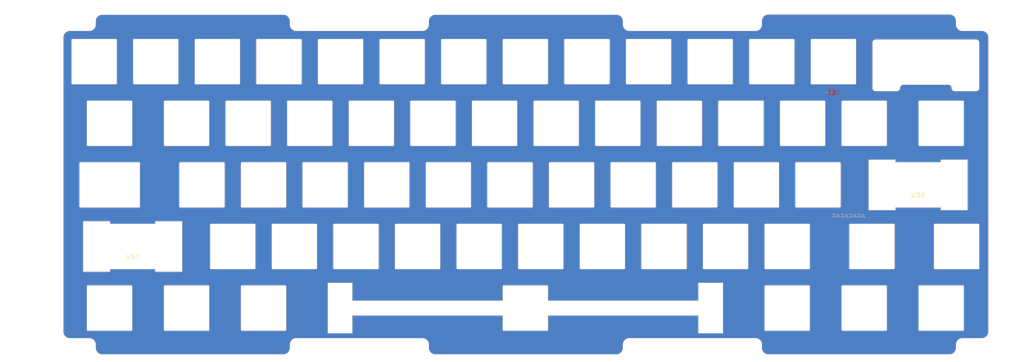
<source format=kicad_pcb>
(kicad_pcb (version 20211014) (generator pcbnew)
  (layers (0 "F.Cu" signal) (31 "B.Cu" signal) (34 "B.Paste" user) (35 "F.Paste" user) (36 "B.SilkS" user "B.Silkscreen") (37 "F.SilkS" user "F.Silkscreen") (38 "B.Mask" user) (39 "F.Mask" user) (44 "Edge.Cuts" user))
  (net 0 "")
  (net 1 "GND")
  (footprint "Keeb_footprints:MX_100_cutout" (layer "F.Cu") (at 76.20032 48.81583)
    (fp_text reference "U1")
    (fp_text value "HOLE")
    (fp_line (start 6.7 -7) (end -6.7 -7) (layer "Edge.Cuts") (width 0.1))
    (fp_line (start 7 6.7) (end 7 -6.7) (layer "Edge.Cuts") (width 0.1))
    (fp_line (start 6.7 7) (end -6.7 7) (layer "Edge.Cuts") (width 0.1))
    (fp_line (start -7 6.7) (end -7 -6.7) (layer "Edge.Cuts") (width 0.1))
    (fp_arc (start -7 -6.7) (mid -6.912132 -6.912132) (end -6.7 -7) (layer "Edge.Cuts") (width 0.1))
    (fp_arc (start 6.7 -7) (mid 6.912132 -6.912132) (end 7 -6.7) (layer "Edge.Cuts") (width 0.1))
    (fp_arc (start 7 6.7) (mid 6.912132 6.912132) (end 6.7 7) (layer "Edge.Cuts") (width 0.1))
    (fp_arc (start -6.7 7) (mid -6.912132 6.912132) (end -7 6.7) (layer "Edge.Cuts") (width 0.1))
  )
  (footprint "Keeb_footprints:MX_100_cutout" (layer "F.Cu") (at 95.2504 48.81583)
    (fp_text reference "U2")
    (fp_text value "HOLE")
    (fp_line (start 6.7 -7) (end -6.7 -7) (layer "Edge.Cuts") (width 0.1))
    (fp_line (start 6.7 7) (end -6.7 7) (layer "Edge.Cuts") (width 0.1))
    (fp_line (start 7 6.7) (end 7 -6.7) (layer "Edge.Cuts") (width 0.1))
    (fp_line (start -7 6.7) (end -7 -6.7) (layer "Edge.Cuts") (width 0.1))
    (fp_arc (start -6.7 7) (mid -6.912132 6.912132) (end -7 6.7) (layer "Edge.Cuts") (width 0.1))
    (fp_arc (start 6.7 -7) (mid 6.912132 -6.912132) (end 7 -6.7) (layer "Edge.Cuts") (width 0.1))
    (fp_arc (start -7 -6.7) (mid -6.912132 -6.912132) (end -6.7 -7) (layer "Edge.Cuts") (width 0.1))
    (fp_arc (start 7 6.7) (mid 6.912132 6.912132) (end 6.7 7) (layer "Edge.Cuts") (width 0.1))
  )
  (footprint "Keeb_footprints:MX_100_cutout" (layer "F.Cu") (at 114.30048 48.81583)
    (fp_text reference "U3")
    (fp_text value "HOLE")
    (fp_line (start -7 6.7) (end -7 -6.7) (layer "Edge.Cuts") (width 0.1))
    (fp_line (start 7 6.7) (end 7 -6.7) (layer "Edge.Cuts") (width 0.1))
    (fp_line (start 6.7 -7) (end -6.7 -7) (layer "Edge.Cuts") (width 0.1))
    (fp_line (start 6.7 7) (end -6.7 7) (layer "Edge.Cuts") (width 0.1))
    (fp_arc (start 7 6.7) (mid 6.912132 6.912132) (end 6.7 7) (layer "Edge.Cuts") (width 0.1))
    (fp_arc (start -7 -6.7) (mid -6.912132 -6.912132) (end -6.7 -7) (layer "Edge.Cuts") (width 0.1))
    (fp_arc (start -6.7 7) (mid -6.912132 6.912132) (end -7 6.7) (layer "Edge.Cuts") (width 0.1))
    (fp_arc (start 6.7 -7) (mid 6.912132 -6.912132) (end 7 -6.7) (layer "Edge.Cuts") (width 0.1))
  )
  (footprint "Keeb_footprints:MX_100_cutout" (layer "F.Cu") (at 133.35056 48.81583)
    (fp_text reference "U4")
    (fp_text value "HOLE")
    (fp_line (start 6.7 -7) (end -6.7 -7) (layer "Edge.Cuts") (width 0.1))
    (fp_line (start 6.7 7) (end -6.7 7) (layer "Edge.Cuts") (width 0.1))
    (fp_line (start -7 6.7) (end -7 -6.7) (layer "Edge.Cuts") (width 0.1))
    (fp_line (start 7 6.7) (end 7 -6.7) (layer "Edge.Cuts") (width 0.1))
    (fp_arc (start 7 6.7) (mid 6.912132 6.912132) (end 6.7 7) (layer "Edge.Cuts") (width 0.1))
    (fp_arc (start -6.7 7) (mid -6.912132 6.912132) (end -7 6.7) (layer "Edge.Cuts") (width 0.1))
    (fp_arc (start 6.7 -7) (mid 6.912132 -6.912132) (end 7 -6.7) (layer "Edge.Cuts") (width 0.1))
    (fp_arc (start -7 -6.7) (mid -6.912132 -6.912132) (end -6.7 -7) (layer "Edge.Cuts") (width 0.1))
  )
  (footprint "Keeb_footprints:MX_100_cutout" (layer "F.Cu") (at 152.40064 48.81583)
    (fp_text reference "U5")
    (fp_text value "HOLE")
    (fp_line (start -7 6.7) (end -7 -6.7) (layer "Edge.Cuts") (width 0.1))
    (fp_line (start 6.7 7) (end -6.7 7) (layer "Edge.Cuts") (width 0.1))
    (fp_line (start 6.7 -7) (end -6.7 -7) (layer "Edge.Cuts") (width 0.1))
    (fp_line (start 7 6.7) (end 7 -6.7) (layer "Edge.Cuts") (width 0.1))
    (fp_arc (start 6.7 -7) (mid 6.912132 -6.912132) (end 7 -6.7) (layer "Edge.Cuts") (width 0.1))
    (fp_arc (start -6.7 7) (mid -6.912132 6.912132) (end -7 6.7) (layer "Edge.Cuts") (width 0.1))
    (fp_arc (start 7 6.7) (mid 6.912132 6.912132) (end 6.7 7) (layer "Edge.Cuts") (width 0.1))
    (fp_arc (start -7 -6.7) (mid -6.912132 -6.912132) (end -6.7 -7) (layer "Edge.Cuts") (width 0.1))
  )
  (footprint "Keeb_footprints:MX_100_cutout" (layer "F.Cu") (at 247.65104 48.81583)
    (fp_text reference "U10")
    (fp_text value "HOLE")
    (fp_line (start 6.7 7) (end -6.7 7) (layer "Edge.Cuts") (width 0.1))
    (fp_line (start 6.7 -7) (end -6.7 -7) (layer "Edge.Cuts") (width 0.1))
    (fp_line (start -7 6.7) (end -7 -6.7) (layer "Edge.Cuts") (width 0.1))
    (fp_line (start 7 6.7) (end 7 -6.7) (layer "Edge.Cuts") (width 0.1))
    (fp_arc (start 7 6.7) (mid 6.912132 6.912132) (end 6.7 7) (layer "Edge.Cuts") (width 0.1))
    (fp_arc (start -6.7 7) (mid -6.912132 6.912132) (end -7 6.7) (layer "Edge.Cuts") (width 0.1))
    (fp_arc (start 6.7 -7) (mid 6.912132 -6.912132) (end 7 -6.7) (layer "Edge.Cuts") (width 0.1))
    (fp_arc (start -7 -6.7) (mid -6.912132 -6.912132) (end -6.7 -7) (layer "Edge.Cuts") (width 0.1))
  )
  (footprint "Keeb_footprints:MX_100_cutout" (layer "F.Cu") (at 266.70112 48.815834)
    (fp_text reference "U11")
    (fp_text value "HOLE")
    (fp_line (start -7 6.7) (end -7 -6.7) (layer "Edge.Cuts") (width 0.1))
    (fp_line (start 6.7 7) (end -6.7 7) (layer "Edge.Cuts") (width 0.1))
    (fp_line (start 7 6.7) (end 7 -6.7) (layer "Edge.Cuts") (width 0.1))
    (fp_line (start 6.7 -7) (end -6.7 -7) (layer "Edge.Cuts") (width 0.1))
    (fp_arc (start 7 6.7) (mid 6.912132 6.912132) (end 6.7 7) (layer "Edge.Cuts") (width 0.1))
    (fp_arc (start -6.7 7) (mid -6.912132 6.912132) (end -7 6.7) (layer "Edge.Cuts") (width 0.1))
    (fp_arc (start 6.7 -7) (mid 6.912132 -6.912132) (end 7 -6.7) (layer "Edge.Cuts") (width 0.1))
    (fp_arc (start -7 -6.7) (mid -6.912132 -6.912132) (end -6.7 -7) (layer "Edge.Cuts") (width 0.1))
  )
  (footprint "Keeb_footprints:MX_100_cutout" (layer "F.Cu") (at 85.72536 67.86591)
    (fp_text reference "U13")
    (fp_text value "HOLE")
    (fp_line (start 6.7 7) (end -6.7 7) (layer "Edge.Cuts") (width 0.1))
    (fp_line (start -7 6.7) (end -7 -6.7) (layer "Edge.Cuts") (width 0.1))
    (fp_line (start 6.7 -7) (end -6.7 -7) (layer "Edge.Cuts") (width 0.1))
    (fp_line (start 7 6.7) (end 7 -6.7) (layer "Edge.Cuts") (width 0.1))
    (fp_arc (start -6.7 7) (mid -6.912132 6.912132) (end -7 6.7) (layer "Edge.Cuts") (width 0.1))
    (fp_arc (start 7 6.7) (mid 6.912132 6.912132) (end 6.7 7) (layer "Edge.Cuts") (width 0.1))
    (fp_arc (start -7 -6.7) (mid -6.912132 -6.912132) (end -6.7 -7) (layer "Edge.Cuts") (width 0.1))
    (fp_arc (start 6.7 -7) (mid 6.912132 -6.912132) (end 7 -6.7) (layer "Edge.Cuts") (width 0.1))
  )
  (footprint "Keeb_footprints:MX_100_cutout" (layer "F.Cu") (at 123.82552 67.86591)
    (fp_text reference "U15")
    (fp_text value "HOLE")
    (fp_line (start -7 6.7) (end -7 -6.7) (layer "Edge.Cuts") (width 0.1))
    (fp_line (start 6.7 7) (end -6.7 7) (layer "Edge.Cuts") (width 0.1))
    (fp_line (start 6.7 -7) (end -6.7 -7) (layer "Edge.Cuts") (width 0.1))
    (fp_line (start 7 6.7) (end 7 -6.7) (layer "Edge.Cuts") (width 0.1))
    (fp_arc (start -6.7 7) (mid -6.912132 6.912132) (end -7 6.7) (layer "Edge.Cuts") (width 0.1))
    (fp_arc (start 7 6.7) (mid 6.912132 6.912132) (end 6.7 7) (layer "Edge.Cuts") (width 0.1))
    (fp_arc (start -7 -6.7) (mid -6.912132 -6.912132) (end -6.7 -7) (layer "Edge.Cuts") (width 0.1))
    (fp_arc (start 6.7 -7) (mid 6.912132 -6.912132) (end 7 -6.7) (layer "Edge.Cuts") (width 0.1))
  )
  (footprint "Keeb_footprints:MX_100_cutout" (layer "F.Cu") (at 161.92568 67.86591)
    (fp_text reference "U17")
    (fp_text value "HOLE")
    (fp_line (start 6.7 -7) (end -6.7 -7) (layer "Edge.Cuts") (width 0.1))
    (fp_line (start 6.7 7) (end -6.7 7) (layer "Edge.Cuts") (width 0.1))
    (fp_line (start 7 6.7) (end 7 -6.7) (layer "Edge.Cuts") (width 0.1))
    (fp_line (start -7 6.7) (end -7 -6.7) (layer "Edge.Cuts") (width 0.1))
    (fp_arc (start -6.7 7) (mid -6.912132 6.912132) (end -7 6.7) (layer "Edge.Cuts") (width 0.1))
    (fp_arc (start 7 6.7) (mid 6.912132 6.912132) (end 6.7 7) (layer "Edge.Cuts") (width 0.1))
    (fp_arc (start -7 -6.7) (mid -6.912132 -6.912132) (end -6.7 -7) (layer "Edge.Cuts") (width 0.1))
    (fp_arc (start 6.7 -7) (mid 6.912132 -6.912132) (end 7 -6.7) (layer "Edge.Cuts") (width 0.1))
  )
  (footprint "Keeb_footprints:MX_100_cutout" (layer "F.Cu") (at 180.97576 67.86591)
    (fp_text reference "U18")
    (fp_text value "HOLE")
    (fp_line (start -7 6.7) (end -7 -6.7) (layer "Edge.Cuts") (width 0.1))
    (fp_line (start 6.7 7) (end -6.7 7) (layer "Edge.Cuts") (width 0.1))
    (fp_line (start 7 6.7) (end 7 -6.7) (layer "Edge.Cuts") (width 0.1))
    (fp_line (start 6.7 -7) (end -6.7 -7) (layer "Edge.Cuts") (width 0.1))
    (fp_arc (start 7 6.7) (mid 6.912132 6.912132) (end 6.7 7) (layer "Edge.Cuts") (width 0.1))
    (fp_arc (start -7 -6.7) (mid -6.912132 -6.912132) (end -6.7 -7) (layer "Edge.Cuts") (width 0.1))
    (fp_arc (start -6.7 7) (mid -6.912132 6.912132) (end -7 6.7) (layer "Edge.Cuts") (width 0.1))
    (fp_arc (start 6.7 -7) (mid 6.912132 -6.912132) (end 7 -6.7) (layer "Edge.Cuts") (width 0.1))
  )
  (footprint "Keeb_footprints:MX_100_cutout" (layer "F.Cu") (at 200.02584 67.86591)
    (fp_text reference "U19")
    (fp_text value "HOLE")
    (fp_line (start -7 6.7) (end -7 -6.7) (layer "Edge.Cuts") (width 0.1))
    (fp_line (start 6.7 7) (end -6.7 7) (layer "Edge.Cuts") (width 0.1))
    (fp_line (start 7 6.7) (end 7 -6.7) (layer "Edge.Cuts") (width 0.1))
    (fp_line (start 6.7 -7) (end -6.7 -7) (layer "Edge.Cuts") (width 0.1))
    (fp_arc (start 6.7 -7) (mid 6.912132 -6.912132) (end 7 -6.7) (layer "Edge.Cuts") (width 0.1))
    (fp_arc (start -7 -6.7) (mid -6.912132 -6.912132) (end -6.7 -7) (layer "Edge.Cuts") (width 0.1))
    (fp_arc (start 7 6.7) (mid 6.912132 6.912132) (end 6.7 7) (layer "Edge.Cuts") (width 0.1))
    (fp_arc (start -6.7 7) (mid -6.912132 6.912132) (end -7 6.7) (layer "Edge.Cuts") (width 0.1))
  )
  (footprint "Keeb_footprints:MX_100_cutout" (layer "F.Cu") (at 219.07592 67.86591)
    (fp_text reference "U20")
    (fp_text value "HOLE")
    (fp_line (start 6.7 7) (end -6.7 7) (layer "Edge.Cuts") (width 0.1))
    (fp_line (start -7 6.7) (end -7 -6.7) (layer "Edge.Cuts") (width 0.1))
    (fp_line (start 7 6.7) (end 7 -6.7) (layer "Edge.Cuts") (width 0.1))
    (fp_line (start 6.7 -7) (end -6.7 -7) (layer "Edge.Cuts") (width 0.1))
    (fp_arc (start 6.7 -7) (mid 6.912132 -6.912132) (end 7 -6.7) (layer "Edge.Cuts") (width 0.1))
    (fp_arc (start -6.7 7) (mid -6.912132 6.912132) (end -7 6.7) (layer "Edge.Cuts") (width 0.1))
    (fp_arc (start -7 -6.7) (mid -6.912132 -6.912132) (end -6.7 -7) (layer "Edge.Cuts") (width 0.1))
    (fp_arc (start 7 6.7) (mid 6.912132 6.912132) (end 6.7 7) (layer "Edge.Cuts") (width 0.1))
  )
  (footprint "Keeb_footprints:MX_100_cutout" (layer "F.Cu") (at 238.126 67.86591)
    (fp_text reference "U21")
    (fp_text value "HOLE")
    (fp_line (start -7 6.7) (end -7 -6.7) (layer "Edge.Cuts") (width 0.1))
    (fp_line (start 6.7 -7) (end -6.7 -7) (layer "Edge.Cuts") (width 0.1))
    (fp_line (start 6.7 7) (end -6.7 7) (layer "Edge.Cuts") (width 0.1))
    (fp_line (start 7 6.7) (end 7 -6.7) (layer "Edge.Cuts") (width 0.1))
    (fp_arc (start 6.7 -7) (mid 6.912132 -6.912132) (end 7 -6.7) (layer "Edge.Cuts") (width 0.1))
    (fp_arc (start -6.7 7) (mid -6.912132 6.912132) (end -7 6.7) (layer "Edge.Cuts") (width 0.1))
    (fp_arc (start 7 6.7) (mid 6.912132 6.912132) (end 6.7 7) (layer "Edge.Cuts") (width 0.1))
    (fp_arc (start -7 -6.7) (mid -6.912132 -6.912132) (end -6.7 -7) (layer "Edge.Cuts") (width 0.1))
  )
  (footprint "Keeb_footprints:MX_100_cutout" (layer "F.Cu") (at 257.17608 67.86591)
    (fp_text reference "U22")
    (fp_text value "HOLE")
    (fp_line (start 6.7 -7) (end -6.7 -7) (layer "Edge.Cuts") (width 0.1))
    (fp_line (start 7 6.7) (end 7 -6.7) (layer "Edge.Cuts") (width 0.1))
    (fp_line (start -7 6.7) (end -7 -6.7) (layer "Edge.Cuts") (width 0.1))
    (fp_line (start 6.7 7) (end -6.7 7) (layer "Edge.Cuts") (width 0.1))
    (fp_arc (start 7 6.7) (mid 6.912132 6.912132) (end 6.7 7) (layer "Edge.Cuts") (width 0.1))
    (fp_arc (start 6.7 -7) (mid 6.912132 -6.912132) (end 7 -6.7) (layer "Edge.Cuts") (width 0.1))
    (fp_arc (start -6.7 7) (mid -6.912132 6.912132) (end -7 6.7) (layer "Edge.Cuts") (width 0.1))
    (fp_arc (start -7 -6.7) (mid -6.912132 -6.912132) (end -6.7 -7) (layer "Edge.Cuts") (width 0.1))
  )
  (footprint "Keeb_footprints:MX_100_cutout" (layer "F.Cu") (at 276.22616 67.86591)
    (fp_text reference "U23")
    (fp_text value "HOLE")
    (fp_line (start -7 6.7) (end -7 -6.7) (layer "Edge.Cuts") (width 0.1))
    (fp_line (start 6.7 -7) (end -6.7 -7) (layer "Edge.Cuts") (width 0.1))
    (fp_line (start 6.7 7) (end -6.7 7) (layer "Edge.Cuts") (width 0.1))
    (fp_line (start 7 6.7) (end 7 -6.7) (layer "Edge.Cuts") (width 0.1))
    (fp_arc (start -7 -6.7) (mid -6.912132 -6.912132) (end -6.7 -7) (layer "Edge.Cuts") (width 0.1))
    (fp_arc (start 6.7 -7) (mid 6.912132 -6.912132) (end 7 -6.7) (layer "Edge.Cuts") (width 0.1))
    (fp_arc (start -6.7 7) (mid -6.912132 6.912132) (end -7 6.7) (layer "Edge.Cuts") (width 0.1))
    (fp_arc (start 7 6.7) (mid 6.912132 6.912132) (end 6.7 7) (layer "Edge.Cuts") (width 0.1))
  )
  (footprint "Keeb_footprints:MX_100_cutout" (layer "F.Cu") (at 295.27624 67.86591)
    (fp_text reference "U24")
    (fp_text value "HOLE")
    (fp_line (start 6.7 7) (end -6.7 7) (layer "Edge.Cuts") (width 0.1))
    (fp_line (start 7 6.7) (end 7 -6.7) (layer "Edge.Cuts") (width 0.1))
    (fp_line (start -7 6.7) (end -7 -6.7) (layer "Edge.Cuts") (width 0.1))
    (fp_line (start 6.7 -7) (end -6.7 -7) (layer "Edge.Cuts") (width 0.1))
    (fp_arc (start 6.7 -7) (mid 6.912132 -6.912132) (end 7 -6.7) (layer "Edge.Cuts") (width 0.1))
    (fp_arc (start -7 -6.7) (mid -6.912132 -6.912132) (end -6.7 -7) (layer "Edge.Cuts") (width 0.1))
    (fp_arc (start 7 6.7) (mid 6.912132 6.912132) (end 6.7 7) (layer "Edge.Cuts") (width 0.1))
    (fp_arc (start -6.7 7) (mid -6.912132 6.912132) (end -7 6.7) (layer "Edge.Cuts") (width 0.1))
  )
  (footprint "Keeb_footprints:MX_100_cutout" (layer "F.Cu") (at 90.48788 86.91599)
    (fp_text reference "U25")
    (fp_text value "HOLE")
    (fp_line (start 7 6.7) (end 7 -6.7) (layer "Edge.Cuts") (width 0.1))
    (fp_line (start 6.7 -7) (end -6.7 -7) (layer "Edge.Cuts") (width 0.1))
    (fp_line (start -7 6.7) (end -7 -6.7) (layer "Edge.Cuts") (width 0.1))
    (fp_line (start 6.7 7) (end -6.7 7) (layer "Edge.Cuts") (width 0.1))
    (fp_arc (start -6.7 7) (mid -6.912132 6.912132) (end -7 6.7) (layer "Edge.Cuts") (width 0.1))
    (fp_arc (start -7 -6.7) (mid -6.912132 -6.912132) (end -6.7 -7) (layer "Edge.Cuts") (width 0.1))
    (fp_arc (start 6.7 -7) (mid 6.912132 -6.912132) (end 7 -6.7) (layer "Edge.Cuts") (width 0.1))
    (fp_arc (start 7 6.7) (mid 6.912132 6.912132) (end 6.7 7) (layer "Edge.Cuts") (width 0.1))
  )
  (footprint "Keeb_footprints:MX_100_cutout" (layer "F.Cu") (at 109.53796 86.91599)
    (fp_text reference "U26")
    (fp_text value "HOLE")
    (fp_line (start 7 6.7) (end 7 -6.7) (layer "Edge.Cuts") (width 0.1))
    (fp_line (start -7 6.7) (end -7 -6.7) (layer "Edge.Cuts") (width 0.1))
    (fp_line (start 6.7 7) (end -6.7 7) (layer "Edge.Cuts") (width 0.1))
    (fp_line (start 6.7 -7) (end -6.7 -7) (layer "Edge.Cuts") (width 0.1))
    (fp_arc (start -6.7 7) (mid -6.912132 6.912132) (end -7 6.7) (layer "Edge.Cuts") (width 0.1))
    (fp_arc (start -7 -6.7) (mid -6.912132 -6.912132) (end -6.7 -7) (layer "Edge.Cuts") (width 0.1))
    (fp_arc (start 7 6.7) (mid 6.912132 6.912132) (end 6.7 7) (layer "Edge.Cuts") (width 0.1))
    (fp_arc (start 6.7 -7) (mid 6.912132 -6.912132) (end 7 -6.7) (layer "Edge.Cuts") (width 0.1))
  )
  (footprint "Keeb_footprints:MX_100_cutout" (layer "F.Cu") (at 128.58804 86.915994)
    (fp_text reference "U27")
    (fp_text value "HOLE")
    (fp_line (start 6.7 7) (end -6.7 7) (layer "Edge.Cuts") (width 0.1))
    (fp_line (start -7 6.7) (end -7 -6.7) (layer "Edge.Cuts") (width 0.1))
    (fp_line (start 6.7 -7) (end -6.7 -7) (layer "Edge.Cuts") (width 0.1))
    (fp_line (start 7 6.7) (end 7 -6.7) (layer "Edge.Cuts") (width 0.1))
    (fp_arc (start 6.7 -7) (mid 6.912132 -6.912132) (end 7 -6.7) (layer "Edge.Cuts") (width 0.1))
    (fp_arc (start 7 6.7) (mid 6.912132 6.912132) (end 6.7 7) (layer "Edge.Cuts") (width 0.1))
    (fp_arc (start -6.7 7) (mid -6.912132 6.912132) (end -7 6.7) (layer "Edge.Cuts") (width 0.1))
    (fp_arc (start -7 -6.7) (mid -6.912132 -6.912132) (end -6.7 -7) (layer "Edge.Cuts") (width 0.1))
  )
  (footprint "Keeb_footprints:MX_100_cutout" (layer "F.Cu") (at 147.63812 86.915994)
    (fp_text reference "U28")
    (fp_text value "HOLE")
    (fp_line (start 6.7 7) (end -6.7 7) (layer "Edge.Cuts") (width 0.1))
    (fp_line (start 6.7 -7) (end -6.7 -7) (layer "Edge.Cuts") (width 0.1))
    (fp_line (start 7 6.7) (end 7 -6.7) (layer "Edge.Cuts") (width 0.1))
    (fp_line (start -7 6.7) (end -7 -6.7) (layer "Edge.Cuts") (width 0.1))
    (fp_arc (start 6.7 -7) (mid 6.912132 -6.912132) (end 7 -6.7) (layer "Edge.Cuts") (width 0.1))
    (fp_arc (start -7 -6.7) (mid -6.912132 -6.912132) (end -6.7 -7) (layer "Edge.Cuts") (width 0.1))
    (fp_arc (start 7 6.7) (mid 6.912132 6.912132) (end 6.7 7) (layer "Edge.Cuts") (width 0.1))
    (fp_arc (start -6.7 7) (mid -6.912132 6.912132) (end -7 6.7) (layer "Edge.Cuts") (width 0.1))
  )
  (footprint "Keeb_footprints:MX_100_cutout" (layer "F.Cu") (at 166.6882 86.915994)
    (fp_text reference "U29")
    (fp_text value "HOLE")
    (fp_line (start -7 6.7) (end -7 -6.7) (layer "Edge.Cuts") (width 0.1))
    (fp_line (start 6.7 7) (end -6.7 7) (layer "Edge.Cuts") (width 0.1))
    (fp_line (start 6.7 -7) (end -6.7 -7) (layer "Edge.Cuts") (width 0.1))
    (fp_line (start 7 6.7) (end 7 -6.7) (layer "Edge.Cuts") (width 0.1))
    (fp_arc (start 7 6.7) (mid 6.912132 6.912132) (end 6.7 7) (layer "Edge.Cuts") (width 0.1))
    (fp_arc (start -6.7 7) (mid -6.912132 6.912132) (end -7 6.7) (layer "Edge.Cuts") (width 0.1))
    (fp_arc (start 6.7 -7) (mid 6.912132 -6.912132) (end 7 -6.7) (layer "Edge.Cuts") (width 0.1))
    (fp_arc (start -7 -6.7) (mid -6.912132 -6.912132) (end -6.7 -7) (layer "Edge.Cuts") (width 0.1))
  )
  (footprint "Keeb_footprints:MX_100_cutout" (layer "F.Cu") (at 185.73828 86.91599)
    (fp_text reference "U30")
    (fp_text value "HOLE")
    (fp_line (start -7 6.7) (end -7 -6.7) (layer "Edge.Cuts") (width 0.1))
    (fp_line (start 6.7 7) (end -6.7 7) (layer "Edge.Cuts") (width 0.1))
    (fp_line (start 7 6.7) (end 7 -6.7) (layer "Edge.Cuts") (width 0.1))
    (fp_line (start 6.7 -7) (end -6.7 -7) (layer "Edge.Cuts") (width 0.1))
    (fp_arc (start -7 -6.7) (mid -6.912132 -6.912132) (end -6.7 -7) (layer "Edge.Cuts") (width 0.1))
    (fp_arc (start 6.7 -7) (mid 6.912132 -6.912132) (end 7 -6.7) (layer "Edge.Cuts") (width 0.1))
    (fp_arc (start 7 6.7) (mid 6.912132 6.912132) (end 6.7 7) (layer "Edge.Cuts") (width 0.1))
    (fp_arc (start -6.7 7) (mid -6.912132 6.912132) (end -7 6.7) (layer "Edge.Cuts") (width 0.1))
  )
  (footprint "Keeb_footprints:MX_100_cutout" (layer "F.Cu") (at 204.78836 86.915994)
    (fp_text reference "U31")
    (fp_text value "HOLE")
    (fp_line (start -7 6.7) (end -7 -6.7) (layer "Edge.Cuts") (width 0.1))
    (fp_line (start 6.7 7) (end -6.7 7) (layer "Edge.Cuts") (width 0.1))
    (fp_line (start 7 6.7) (end 7 -6.7) (layer "Edge.Cuts") (width 0.1))
    (fp_line (start 6.7 -7) (end -6.7 -7) (layer "Edge.Cuts") (width 0.1))
    (fp_arc (start -7 -6.7) (mid -6.912132 -6.912132) (end -6.7 -7) (layer "Edge.Cuts") (width 0.1))
    (fp_arc (start 7 6.7) (mid 6.912132 6.912132) (end 6.7 7) (layer "Edge.Cuts") (width 0.1))
    (fp_arc (start -6.7 7) (mid -6.912132 6.912132) (end -7 6.7) (layer "Edge.Cuts") (width 0.1))
    (fp_arc (start 6.7 -7) (mid 6.912132 -6.912132) (end 7 -6.7) (layer "Edge.Cuts") (width 0.1))
  )
  (footprint "Keeb_footprints:MX_100_cutout" (layer "F.Cu") (at 223.83844 86.91599)
    (fp_text reference "U32")
    (fp_text value "HOLE")
    (fp_line (start -7 6.7) (end -7 -6.7) (layer "Edge.Cuts") (width 0.1))
    (fp_line (start 6.7 -7) (end -6.7 -7) (layer "Edge.Cuts") (width 0.1))
    (fp_line (start 6.7 7) (end -6.7 7) (layer "Edge.Cuts") (width 0.1))
    (fp_line (start 7 6.7) (end 7 -6.7) (layer "Edge.Cuts") (width 0.1))
    (fp_arc (start 7 6.7) (mid 6.912132 6.912132) (end 6.7 7) (layer "Edge.Cuts") (width 0.1))
    (fp_arc (start -6.7 7) (mid -6.912132 6.912132) (end -7 6.7) (layer "Edge.Cuts") (width 0.1))
    (fp_arc (start -7 -6.7) (mid -6.912132 -6.912132) (end -6.7 -7) (layer "Edge.Cuts") (width 0.1))
    (fp_arc (start 6.7 -7) (mid 6.912132 -6.912132) (end 7 -6.7) (layer "Edge.Cuts") (width 0.1))
  )
  (footprint "Keeb_footprints:MX_100_cutout" (layer "F.Cu") (at 242.88852 86.915994)
    (fp_text reference "U33")
    (fp_text value "HOLE")
    (fp_line (start -7 6.7) (end -7 -6.7) (layer "Edge.Cuts") (width 0.1))
    (fp_line (start 7 6.7) (end 7 -6.7) (layer "Edge.Cuts") (width 0.1))
    (fp_line (start 6.7 -7) (end -6.7 -7) (layer "Edge.Cuts") (width 0.1))
    (fp_line (start 6.7 7) (end -6.7 7) (layer "Edge.Cuts") (width 0.1))
    (fp_arc (start -6.7 7) (mid -6.912132 6.912132) (end -7 6.7) (layer "Edge.Cuts") (width 0.1))
    (fp_arc (start 7 6.7) (mid 6.912132 6.912132) (end 6.7 7) (layer "Edge.Cuts") (width 0.1))
    (fp_arc (start 6.7 -7) (mid 6.912132 -6.912132) (end 7 -6.7) (layer "Edge.Cuts") (width 0.1))
    (fp_arc (start -7 -6.7) (mid -6.912132 -6.912132) (end -6.7 -7) (layer "Edge.Cuts") (width 0.1))
  )
  (footprint "Keeb_footprints:MX_100_cutout" (layer "F.Cu") (at 261.9386 86.915994)
    (fp_text reference "U34")
    (fp_text value "HOLE")
    (fp_line (start 6.7 -7) (end -6.7 -7) (layer "Edge.Cuts") (width 0.1))
    (fp_line (start 6.7 7) (end -6.7 7) (layer "Edge.Cuts") (width 0.1))
    (fp_line (start -7 6.7) (end -7 -6.7) (layer "Edge.Cuts") (width 0.1))
    (fp_line (start 7 6.7) (end 7 -6.7) (layer "Edge.Cuts") (width 0.1))
    (fp_arc (start 6.7 -7) (mid 6.912132 -6.912132) (end 7 -6.7) (layer "Edge.Cuts") (width 0.1))
    (fp_arc (start -6.7 7) (mid -6.912132 6.912132) (end -7 6.7) (layer "Edge.Cuts") (width 0.1))
    (fp_arc (start -7 -6.7) (mid -6.912132 -6.912132) (end -6.7 -7) (layer "Edge.Cuts") (width 0.1))
    (fp_arc (start 7 6.7) (mid 6.912132 6.912132) (end 6.7 7) (layer "Edge.Cuts") (width 0.1))
  )
  (footprint "Keeb_footprints:MX_100_cutout" (layer "F.Cu") (at 280.98868 86.91599)
    (fp_text reference "U35")
    (fp_text value "HOLE")
    (fp_line (start 7 6.7) (end 7 -6.7) (layer "Edge.Cuts") (width 0.1))
    (fp_line (start 6.7 -7) (end -6.7 -7) (layer "Edge.Cuts") (width 0.1))
    (fp_line (start -7 6.7) (end -7 -6.7) (layer "Edge.Cuts") (width 0.1))
    (fp_line (start 6.7 7) (end -6.7 7) (layer "Edge.Cuts") (width 0.1))
    (fp_arc (start 6.7 -7) (mid 6.912132 -6.912132) (end 7 -6.7) (layer "Edge.Cuts") (width 0.1))
    (fp_arc (start 7 6.7) (mid 6.912132 6.912132) (end 6.7 7) (layer "Edge.Cuts") (width 0.1))
    (fp_arc (start -6.7 7) (mid -6.912132 6.912132) (end -7 6.7) (layer "Edge.Cuts") (width 0.1))
    (fp_arc (start -7 -6.7) (mid -6.912132 -6.912132) (end -6.7 -7) (layer "Edge.Cuts") (width 0.1))
  )
  (footprint "Keeb_footprints:MX_225_cutout" (layer "F.Cu") (at 311.94506 86.91599)
    (fp_text reference "U36")
    (fp_text value "HOLE" hide)
    (fp_line (start 15.3 -7.8) (end 7 -7.8) (layer "Edge.Cuts") (width 0.1))
    (fp_line (start -15.3 -7.8) (end -15.3 7.8) (layer "Edge.Cuts") (width 0.1))
    (fp_line (start -15.3 7.8) (end -7 7.8) (layer "Edge.Cuts") (width 0.1))
    (fp_line (start 7 -7) (end -7 -7) (layer "Edge.Cuts") (width 0.1))
    (fp_line (start 7 -7.8) (end 7 -7) (layer "Edge.Cuts") (width 0.1))
    (fp_line (start -7 -7) (end -7 -7.8) (layer "Edge.Cuts") (width 0.1))
    (fp_line (start 15.3 7.8) (end 15.3 -7.8) (layer "Edge.Cuts") (width 0.1))
    (fp_line (start -7 -7.8) (end -15.3 -7.8) (layer "Edge.Cuts") (width 0.1))
    (fp_line (start 7 7) (end 7 7.8) (layer "Edge.Cuts") (width 0.1))
    (fp_line (start -7 7.8) (end -7 7) (layer "Edge.Cuts") (width 0.1))
    (fp_line (start -7 7) (end 7 7) (layer "Edge.Cuts") (width 0.1))
    (fp_line (start 7 7.8) (end 15.3 7.8) (layer "Edge.Cuts") (width 0.1))
  )
  (footprint "Keeb_footprints:MX_100_cutout" (layer "F.Cu") (at 119.063 105.96607)
    (fp_text reference "U38")
    (fp_text value "HOLE")
    (fp_line (start 7 6.7) (end 7 -6.7) (layer "Edge.Cuts") (width 0.1))
    (fp_line (start 6.7 7) (end -6.7 7) (layer "Edge.Cuts") (width 0.1))
    (fp_line (start -7 6.7) (end -7 -6.7) (layer "Edge.Cuts") (width 0.1))
    (fp_line (start 6.7 -7) (end -6.7 -7) (layer "Edge.Cuts") (width 0.1))
    (fp_arc (start -7 -6.7) (mid -6.912132 -6.912132) (end -6.7 -7) (layer "Edge.Cuts") (width 0.1))
    (fp_arc (start -6.7 7) (mid -6.912132 6.912132) (end -7 6.7) (layer "Edge.Cuts") (width 0.1))
    (fp_arc (start 7 6.7) (mid 6.912132 6.912132) (end 6.7 7) (layer "Edge.Cuts") (width 0.1))
    (fp_arc (start 6.7 -7) (mid 6.912132 -6.912132) (end 7 -6.7) (layer "Edge.Cuts") (width 0.1))
  )
  (footprint "Keeb_footprints:MX_100_cutout" (layer "F.Cu") (at 138.11308 105.966074)
    (fp_text reference "U39")
    (fp_text value "HOLE")
    (fp_line (start 7 6.7) (end 7 -6.7) (layer "Edge.Cuts") (width 0.1))
    (fp_line (start 6.7 7) (end -6.7 7) (layer "Edge.Cuts") (width 0.1))
    (fp_line (start -7 6.7) (end -7 -6.7) (layer "Edge.Cuts") (width 0.1))
    (fp_line (start 6.7 -7) (end -6.7 -7) (layer "Edge.Cuts") (width 0.1))
    (fp_arc (start -6.7 7) (mid -6.912132 6.912132) (end -7 6.7) (layer "Edge.Cuts") (width 0.1))
    (fp_arc (start 7 6.7) (mid 6.912132 6.912132) (end 6.7 7) (layer "Edge.Cuts") (width 0.1))
    (fp_arc (start 6.7 -7) (mid 6.912132 -6.912132) (end 7 -6.7) (layer "Edge.Cuts") (width 0.1))
    (fp_arc (start -7 -6.7) (mid -6.912132 -6.912132) (end -6.7 -7) (layer "Edge.Cuts") (width 0.1))
  )
  (footprint "Keeb_footprints:MX_100_cutout" (layer "F.Cu") (at 157.16316 105.966074)
    (fp_text reference "U40")
    (fp_text value "HOLE")
    (fp_line (start 6.7 -7) (end -6.7 -7) (layer "Edge.Cuts") (width 0.1))
    (fp_line (start -7 6.7) (end -7 -6.7) (layer "Edge.Cuts") (width 0.1))
    (fp_line (start 6.7 7) (end -6.7 7) (layer "Edge.Cuts") (width 0.1))
    (fp_line (start 7 6.7) (end 7 -6.7) (layer "Edge.Cuts") (width 0.1))
    (fp_arc (start 7 6.7) (mid 6.912132 6.912132) (end 6.7 7) (layer "Edge.Cuts") (width 0.1))
    (fp_arc (start 6.7 -7) (mid 6.912132 -6.912132) (end 7 -6.7) (layer "Edge.Cuts") (width 0.1))
    (fp_arc (start -7 -6.7) (mid -6.912132 -6.912132) (end -6.7 -7) (layer "Edge.Cuts") (width 0.1))
    (fp_arc (start -6.7 7) (mid -6.912132 6.912132) (end -7 6.7) (layer "Edge.Cuts") (width 0.1))
  )
  (footprint "Keeb_footprints:MX_100_cutout" (layer "F.Cu") (at 176.21324 105.96607)
    (fp_text reference "U41")
    (fp_text value "HOLE")
    (fp_line (start 7 6.7) (end 7 -6.7) (layer "Edge.Cuts") (width 0.1))
    (fp_line (start 6.7 -7) (end -6.7 -7) (layer "Edge.Cuts") (width 0.1))
    (fp_line (start 6.7 7) (end -6.7 7) (layer "Edge.Cuts") (width 0.1))
    (fp_line (start -7 6.7) (end -7 -6.7) (layer "Edge.Cuts") (width 0.1))
    (fp_arc (start -6.7 7) (mid -6.912132 6.912132) (end -7 6.7) (layer "Edge.Cuts") (width 0.1))
    (fp_arc (start -7 -6.7) (mid -6.912132 -6.912132) (end -6.7 -7) (layer "Edge.Cuts") (width 0.1))
    (fp_arc (start 6.7 -7) (mid 6.912132 -6.912132) (end 7 -6.7) (layer "Edge.Cuts") (width 0.1))
    (fp_arc (start 7 6.7) (mid 6.912132 6.912132) (end 6.7 7) (layer "Edge.Cuts") (width 0.1))
  )
  (footprint "Keeb_footprints:MX_100_cutout" (layer "F.Cu") (at 195.26332 105.966074)
    (fp_text reference "U42")
    (fp_text value "HOLE")
    (fp_line (start 7 6.7) (end 7 -6.7) (layer "Edge.Cuts") (width 0.1))
    (fp_line (start -7 6.7) (end -7 -6.7) (layer "Edge.Cuts") (width 0.1))
    (fp_line (start 6.7 -7) (end -6.7 -7) (layer "Edge.Cuts") (width 0.1))
    (fp_line (start 6.7 7) (end -6.7 7) (layer "Edge.Cuts") (width 0.1))
    (fp_arc (start 7 6.7) (mid 6.912132 6.912132) (end 6.7 7) (layer "Edge.Cuts") (width 0.1))
    (fp_arc (start -7 -6.7) (mid -6.912132 -6.912132) (end -6.7 -7) (layer "Edge.Cuts") (width 0.1))
    (fp_arc (start -6.7 7) (mid -6.912132 6.912132) (end -7 6.7) (layer "Edge.Cuts") (width 0.1))
    (fp_arc (start 6.7 -7) (mid 6.912132 -6.912132) (end 7 -6.7) (layer "Edge.Cuts") (width 0.1))
  )
  (footprint "Keeb_footprints:MX_100_cutout" (layer "F.Cu") (at 214.3134 105.966074)
    (fp_text reference "U43")
    (fp_text value "HOLE")
    (fp_line (start 6.7 7) (end -6.7 7) (layer "Edge.Cuts") (width 0.1))
    (fp_line (start -7 6.7) (end -7 -6.7) (layer "Edge.Cuts") (width 0.1))
    (fp_line (start 6.7 -7) (end -6.7 -7) (layer "Edge.Cuts") (width 0.1))
    (fp_line (start 7 6.7) (end 7 -6.7) (layer "Edge.Cuts") (width 0.1))
    (fp_arc (start 6.7 -7) (mid 6.912132 -6.912132) (end 7 -6.7) (layer "Edge.Cuts") (width 0.1))
    (fp_arc (start -6.7 7) (mid -6.912132 6.912132) (end -7 6.7) (layer "Edge.Cuts") (width 0.1))
    (fp_arc (start 7 6.7) (mid 6.912132 6.912132) (end 6.7 7) (layer "Edge.Cuts") (width 0.1))
    (fp_arc (start -7 -6.7) (mid -6.912132 -6.912132) (end -6.7 -7) (layer "Edge.Cuts") (width 0.1))
  )
  (footprint "Keeb_footprints:MX_100_cutout" (layer "F.Cu") (at 233.36348 105.96607)
    (fp_text reference "U44")
    (fp_text value "HOLE")
    (fp_line (start 6.7 -7) (end -6.7 -7) (layer "Edge.Cuts") (width 0.1))
    (fp_line (start 7 6.7) (end 7 -6.7) (layer "Edge.Cuts") (width 0.1))
    (fp_line (start -7 6.7) (end -7 -6.7) (layer "Edge.Cuts") (width 0.1))
    (fp_line (start 6.7 7) (end -6.7 7) (layer "Edge.Cuts") (width 0.1))
    (fp_arc (start -7 -6.7) (mid -6.912132 -6.912132) (end -6.7 -7) (layer "Edge.Cuts") (width 0.1))
    (fp_arc (start 7 6.7) (mid 6.912132 6.912132) (end 6.7 7) (layer "Edge.Cuts") (width 0.1))
    (fp_arc (start 6.7 -7) (mid 6.912132 -6.912132) (end 7 -6.7) (layer "Edge.Cuts") (width 0.1))
    (fp_arc (start -6.7 7) (mid -6.912132 6.912132) (end -7 6.7) (layer "Edge.Cuts") (width 0.1))
  )
  (footprint "Keeb_footprints:MX_100_cutout" (layer "F.Cu") (at 252.41356 105.96607)
    (fp_text reference "U45")
    (fp_text value "HOLE")
    (fp_line (start 6.7 -7) (end -6.7 -7) (layer "Edge.Cuts") (width 0.1))
    (fp_line (start 6.7 7) (end -6.7 7) (layer "Edge.Cuts") (width 0.1))
    (fp_line (start -7 6.7) (end -7 -6.7) (layer "Edge.Cuts") (width 0.1))
    (fp_line (start 7 6.7) (end 7 -6.7) (layer "Edge.Cuts") (width 0.1))
    (fp_arc (start 6.7 -7) (mid 6.912132 -6.912132) (end 7 -6.7) (layer "Edge.Cuts") (width 0.1))
    (fp_arc (start -7 -6.7) (mid -6.912132 -6.912132) (end -6.7 -7) (layer "Edge.Cuts") (width 0.1))
    (fp_arc (start -6.7 7) (mid -6.912132 6.912132) (end -7 6.7) (layer "Edge.Cuts") (width 0.1))
    (fp_arc (start 7 6.7) (mid 6.912132 6.912132) (end 6.7 7) (layer "Edge.Cuts") (width 0.1))
  )
  (footprint "Keeb_footprints:MX_100_cutout" (layer "F.Cu") (at 271.46364 105.96607)
    (fp_text reference "U46")
    (fp_text value "HOLE")
    (fp_line (start -7 6.7) (end -7 -6.7) (layer "Edge.Cuts") (width 0.1))
    (fp_line (start 6.7 -7) (end -6.7 -7) (layer "Edge.Cuts") (width 0.1))
    (fp_line (start 6.7 7) (end -6.7 7) (layer "Edge.Cuts") (width 0.1))
    (fp_line (start 7 6.7) (end 7 -6.7) (layer "Edge.Cuts") (width 0.1))
    (fp_arc (start -6.7 7) (mid -6.912132 6.912132) (end -7 6.7) (layer "Edge.Cuts") (width 0.1))
    (fp_arc (start -7 -6.7) (mid -6.912132 -6.912132) (end -6.7 -7) (layer "Edge.Cuts") (width 0.1))
    (fp_arc (start 6.7 -7) (mid 6.912132 -6.912132) (end 7 -6.7) (layer "Edge.Cuts") (width 0.1))
    (fp_arc (start 7 6.7) (mid 6.912132 6.912132) (end 6.7 7) (layer "Edge.Cuts") (width 0.1))
  )
  (footprint "Keeb_footprints:MX_100_cutout" (layer "F.Cu") (at 323.85136 105.96607)
    (fp_text reference "U47")
    (fp_text value "HOLE")
    (fp_line (start 7 6.7) (end 7 -6.7) (layer "Edge.Cuts") (width 0.1))
    (fp_line (start 6.7 -7) (end -6.7 -7) (layer "Edge.Cuts") (width 0.1))
    (fp_line (start -7 6.7) (end -7 -6.7) (layer "Edge.Cuts") (width 0.1))
    (fp_line (start 6.7 7) (end -6.7 7) (layer "Edge.Cuts") (width 0.1))
    (fp_arc (start -6.7 7) (mid -6.912132 6.912132) (end -7 6.7) (layer "Edge.Cuts") (width 0.1))
    (fp_arc (start 7 6.7) (mid 6.912132 6.912132) (end 6.7 7) (layer "Edge.Cuts") (width 0.1))
    (fp_arc (start 6.7 -7) (mid 6.912132 -6.912132) (end 7 -6.7) (layer "Edge.Cuts") (width 0.1))
    (fp_arc (start -7 -6.7) (mid -6.912132 -6.912132) (end -6.7 -7) (layer "Edge.Cuts") (width 0.1))
  )
  (footprint "Keeb_footprints:MX_100_cutout" (layer "F.Cu") (at 100.01292 105.96607)
    (fp_text reference "U37")
    (fp_text value "HOLE")
    (fp_line (start -7 6.7) (end -7 -6.7) (layer "Edge.Cuts") (width 0.1))
    (fp_line (start 6.7 7) (end -6.7 7) (layer "Edge.Cuts") (width 0.1))
    (fp_line (start 7 6.7) (end 7 -6.7) (layer "Edge.Cuts") (width 0.1))
    (fp_line (start 6.7 -7) (end -6.7 -7) (layer "Edge.Cuts") (width 0.1))
    (fp_arc (start -7 -6.7) (mid -6.912132 -6.912132) (end -6.7 -7) (layer "Edge.Cuts") (width 0.1))
    (fp_arc (start -6.7 7) (mid -6.912132 6.912132) (end -7 6.7) (layer "Edge.Cuts") (width 0.1))
    (fp_arc (start 6.7 -7) (mid 6.912132 -6.912132) (end 7 -6.7) (layer "Edge.Cuts") (width 0.1))
    (fp_arc (start 7 6.7) (mid 6.912132 6.912132) (end 6.7 7) (layer "Edge.Cuts") (width 0.1))
  )
  (footprint "Keeb_footprints:MX_100_cutout" (layer "F.Cu") (at 104.77544 67.86591)
    (fp_text reference "U14")
    (fp_text value "HOLE")
    (fp_line (start -7 6.7) (end -7 -6.7) (layer "Edge.Cuts") (width 0.1))
    (fp_line (start 6.7 7) (end -6.7 7) (layer "Edge.Cuts") (width 0.1))
    (fp_line (start 7 6.7) (end 7 -6.7) (layer "Edge.Cuts") (width 0.1))
    (fp_line (start 6.7 -7) (end -6.7 -7) (layer "Edge.Cuts") (width 0.1))
    (fp_arc (start 7 6.7) (mid 6.912132 6.912132) (end 6.7 7) (layer "Edge.Cuts") (width 0.1))
    (fp_arc (start 6.7 -7) (mid 6.912132 -6.912132) (end 7 -6.7) (layer "Edge.Cuts") (width 0.1))
    (fp_arc (start -6.7 7) (mid -6.912132 6.912132) (end -7 6.7) (layer "Edge.Cuts") (width 0.1))
    (fp_arc (start -7 -6.7) (mid -6.912132 -6.912132) (end -6.7 -7) (layer "Edge.Cuts") (width 0.1))
  )
  (footprint "Keeb_footprints:MX_700_cutout" (layer "F.Cu") (at 190.5008 125.01615 180)
    (fp_text reference "U51")
    (fp_text value "HOLE" hide)
    (fp_line (start -7 -2.3) (end -53.5 -2.3) (layer "Edge.Cuts") (width 0.1))
    (fp_line (start 6.7 -7) (end -6.7 -7) (layer "Edge.Cuts") (width 0.1))
    (fp_line (start -7 2.3) (end -7 6.7) (layer "Edge.Cuts") (width 0.1))
    (fp_line (start -53.5 -7.8) (end -61.1 -7.8) (layer "Edge.Cuts") (width 0.1))
    (fp_line (start 53.5 -7.8) (end 61.1 -7.8) (layer "Edge.Cuts") (width 0.1))
    (fp_line (start -7 -6.7) (end -7 -2.3) (layer "Edge.Cuts") (width 0.1))
    (fp_line (start 7 2.3) (end 53.5 2.3) (layer "Edge.Cuts") (width 0.1))
    (fp_line (start -61.1 -7.8) (end -61.1 7.8) (layer "Edge.Cuts") (width 0.1))
    (fp_line (start -53.5 2.3) (end -53.5 7.8) (layer "Edge.Cuts") (width 0.1))
    (fp_line (start -61.1 7.8) (end -53.5 7.8) (layer "Edge.Cuts") (width 0.1))
    (fp_line (start 53.5 7.8) (end 61.1 7.8) (layer "Edge.Cuts") (width 0.1))
    (fp_line (start 7 -2.3) (end 53.5 -2.3) (layer "Edge.Cuts") (width 0.1))
    (fp_line (start 53.5 2.3) (end 53.5 7.8) (layer "Edge.Cuts") (width 0.1))
    (fp_line (start 61.1 -7.8) (end 61.1 7.8) (layer "Edge.Cuts") (width 0.1))
    (fp_line (start 7 -2.3) (end 7 -6.7) (layer "Edge.Cuts") (width 0.1))
    (fp_line (start -7 2.3) (end -53.5 2.3) (layer "Edge.Cuts") (width 0.1))
    (fp_line (start 53.5 -2.3) (end 53.5 -7.8) (layer "Edge.Cuts") (width 0.1))
    (fp_line (start 7 2.3) (end 7 6.7) (layer "Edge.Cuts") (width 0.1))
    (fp_line (start -53.5 -2.3) (end -53.5 -7.8) (layer "Edge.Cuts") (width 0.1))
    (fp_line (start 6.7 7) (end -6.7 7) (layer "Edge.Cuts") (width 0.1))
    (fp_arc (start 6.7 -7) (mid 6.912132 -6.912132) (end 7 -6.7) (layer "Edge.Cuts") (width 0.1))
    (fp_arc (start -7 -6.7) (mid -6.912132 -6.912132) (end -6.7 -7) (layer "Edge.Cuts") (width 0.1))
    (fp_arc (start -6.7 7) (mid -6.912132 6.912132) (end -7 6.7) (layer "Edge.Cuts") (width 0.1))
    (fp_arc (start 7 6.7) (mid 6.912132 6.912132) (end 6.7 7) (layer "Edge.Cuts") (width 0.1))
  )
  (footprint "Keeb_footprints:MX_150_cutout" (layer "F.Cu") (at 109.53796 125.01615)
    (fp_text reference "U50")
    (fp_text value "HOLE" hide)
    (fp_line (start 6.7 -7) (end -6.7 -7) (layer "Edge.Cuts") (width 0.1))
    (fp_line (start 7 6.7) (end 7 -6.7) (layer "Edge.Cuts") (width 0.1))
    (fp_line (start -7 6.7) (end -7 -6.7) (layer "Edge.Cuts") (width 0.1))
    (fp_line (start 6.7 7) (end -6.7 7) (layer "Edge.Cuts") (width 0.1))
    (fp_arc (start 6.7 -7) (mid 6.912132 -6.912132) (end 7 -6.7) (layer "Edge.Cuts") (width 0.1))
    (fp_arc (start 7 6.7) (mid 6.912132 6.912132) (end 6.7 7) (layer "Edge.Cuts") (width 0.1))
    (fp_arc (start -7 -6.7) (mid -6.912132 -6.912132) (end -6.7 -7) (layer "Edge.Cuts") (width 0.1))
    (fp_arc (start -6.7 7) (mid -6.912132 6.912132) (end -7 6.7) (layer "Edge.Cuts") (width 0.1))
  )
  (footprint "Keeb_footprints:MX_100_cutout" (layer "F.Cu") (at 85.72536 125.01615)
    (fp_text reference "U49")
    (fp_text value "HOLE")
    (fp_line (start 7 6.7) (end 7 -6.7) (layer "Edge.Cuts") (width 0.1))
    (fp_line (start 6.7 7) (end -6.7 7) (layer "Edge.Cuts") (width 0.1))
    (fp_line (start -7 6.7) (end -7 -6.7) (layer "Edge.Cuts") (width 0.1))
    (fp_line (start 6.7 -7) (end -6.7 -7) (layer "Edge.Cuts") (width 0.1))
    (fp_arc (start -7 -6.7) (mid -6.912132 -6.912132) (end -6.7 -7) (layer "Edge.Cuts") (width 0.1))
    (fp_arc (start -6.7 7) (mid -6.912132 6.912132) (end -7 6.7) (layer "Edge.Cuts") (width 0.1))
    (fp_arc (start 6.7 -7) (mid 6.912132 -6.912132) (end 7 -6.7) (layer "Edge.Cuts") (width 0.1))
    (fp_arc (start 7 6.7) (mid 6.912132 6.912132) (end 6.7 7) (layer "Edge.Cuts") (width 0.1))
  )
  (footprint "Keeb_footprints:MX_100_cutout" (layer "F.Cu") (at 285.7512 48.81583)
    (fp_text reference "U12")
    (fp_text value "HOLE")
    (fp_line (start -7 6.7) (end -7 -6.7) (layer "Edge.Cuts") (width 0.1))
    (fp_line (start 6.7 7) (end -6.7 7) (layer "Edge.Cuts") (width 0.1))
    (fp_line (start 6.7 -7) (end -6.7 -7) (layer "Edge.Cuts") (width 0.1))
    (fp_line (start 7 6.7) (end 7 -6.7) (layer "Edge.Cuts") (width 0.1))
    (fp_arc (start -6.7 7) (mid -6.912132 6.912132) (end -7 6.7) (layer "Edge.Cuts") (width 0.1))
    (fp_arc (start -7 -6.7) (mid -6.912132 -6.912132) (end -6.7 -7) (layer "Edge.Cuts") (width 0.1))
    (fp_arc (start 7 6.7) (mid 6.912132 6.912132) (end 6.7 7) (layer "Edge.Cuts") (width 0.1))
    (fp_arc (start 6.7 -7) (mid 6.912132 -6.912132) (end 7 -6.7) (layer "Edge.Cuts") (width 0.1))
  )
  (footprint "Keeb_footprints:MX_150_cutout" (layer "F.Cu") (at 271.46364 125.01615)
    (fp_text reference "U52")
    (fp_text value "HOLE" hide)
    (fp_line (start 6.7 -7) (end -6.7 -7) (layer "Edge.Cuts") (width 0.1))
    (fp_line (start 7 6.7) (end 7 -6.7) (layer "Edge.Cuts") (width 0.1))
    (fp_line (start 6.7 7) (end -6.7 7) (layer "Edge.Cuts") (width 0.1))
    (fp_line (start -7 6.7) (end -7 -6.7) (layer "Edge.Cuts") (width 0.1))
    (fp_arc (start -6.7 7) (mid -6.912132 6.912132) (end -7 6.7) (layer "Edge.Cuts") (width 0.1))
    (fp_arc (start 6.7 -7) (mid 6.912132 -6.912132) (end 7 -6.7) (layer "Edge.Cuts") (width 0.1))
    (fp_arc (start 7 6.7) (mid 6.912132 6.912132) (end 6.7 7) (layer "Edge.Cuts") (width 0.1))
    (fp_arc (start -7 -6.7) (mid -6.912132 -6.912132) (end -6.7 -7) (layer "Edge.Cuts") (width 0.1))
  )
  (footprint "Keeb_footprints:MX_100_cutout" (layer "F.Cu") (at 142.8756 67.86591)
    (fp_text reference "U16")
    (fp_text value "HOLE")
    (fp_line (start 7 6.7) (end 7 -6.7) (layer "Edge.Cuts") (width 0.1))
    (fp_line (start 6.7 -7) (end -6.7 -7) (layer "Edge.Cuts") (width 0.1))
    (fp_line (start 6.7 7) (end -6.7 7) (layer "Edge.Cuts") (width 0.1))
    (fp_line (start -7 6.7) (end -7 -6.7) (layer "Edge.Cuts") (width 0.1))
    (fp_arc (start 6.7 -7) (mid 6.912132 -6.912132) (end 7 -6.7) (layer "Edge.Cuts") (width 0.1))
    (fp_arc (start -6.7 7) (mid -6.912132 6.912132) (end -7 6.7) (layer "Edge.Cuts") (width 0.1))
    (fp_arc (start -7 -6.7) (mid -6.912132 -6.912132) (end -6.7 -7) (layer "Edge.Cuts") (width 0.1))
    (fp_arc (start 7 6.7) (mid 6.912132 6.912132) (end 6.7 7) (layer "Edge.Cuts") (width 0.1))
  )
  (footprint "Keeb_footprints:MX_100_cutout" (layer "F.Cu") (at 171.45072 48.81583)
    (fp_text reference "U6")
    (fp_text value "HOLE")
    (fp_line (start 6.7 -7) (end -6.7 -7) (layer "Edge.Cuts") (width 0.1))
    (fp_line (start 6.7 7) (end -6.7 7) (layer "Edge.Cuts") (width 0.1))
    (fp_line (start 7 6.7) (end 7 -6.7) (layer "Edge.Cuts") (width 0.1))
    (fp_line (start -7 6.7) (end -7 -6.7) (layer "Edge.Cuts") (width 0.1))
    (fp_arc (start 6.7 -7) (mid 6.912132 -6.912132) (end 7 -6.7) (layer "Edge.Cuts") (width 0.1))
    (fp_arc (start -6.7 7) (mid -6.912132 6.912132) (end -7 6.7) (layer "Edge.Cuts") (width 0.1))
    (fp_arc (start -7 -6.7) (mid -6.912132 -6.912132) (end -6.7 -7) (layer "Edge.Cuts") (width 0.1))
    (fp_arc (start 7 6.7) (mid 6.912132 6.912132) (end 6.7 7) (layer "Edge.Cuts") (width 0.1))
  )
  (footprint "Keeb_footprints:MX_100_cutout" (layer "F.Cu") (at 190.5008 48.81583)
    (fp_text reference "U7")
    (fp_text value "HOLE")
    (fp_line (start 6.7 -7) (end -6.7 -7) (layer "Edge.Cuts") (width 0.1))
    (fp_line (start -7 6.7) (end -7 -6.7) (layer "Edge.Cuts") (width 0.1))
    (fp_line (start 7 6.7) (end 7 -6.7) (layer "Edge.Cuts") (width 0.1))
    (fp_line (start 6.7 7) (end -6.7 7) (layer "Edge.Cuts") (width 0.1))
    (fp_arc (start -7 -6.7) (mid -6.912132 -6.912132) (end -6.7 -7) (layer "Edge.Cuts") (width 0.1))
    (fp_arc (start 7 6.7) (mid 6.912132 6.912132) (end 6.7 7) (layer "Edge.Cuts") (width 0.1))
    (fp_arc (start 6.7 -7) (mid 6.912132 -6.912132) (end 7 -6.7) (layer "Edge.Cuts") (width 0.1))
    (fp_arc (start -6.7 7) (mid -6.912132 6.912132) (end -7 6.7) (layer "Edge.Cuts") (width 0.1))
  )
  (footprint "Keeb_footprints:MX_100_cutout" (layer "F.Cu") (at 209.55088 48.81583)
    (fp_text reference "U8")
    (fp_text value "HOLE")
    (fp_line (start 7 6.7) (end 7 -6.7) (layer "Edge.Cuts") (width 0.1))
    (fp_line (start -7 6.7) (end -7 -6.7) (layer "Edge.Cuts") (width 0.1))
    (fp_line (start 6.7 7) (end -6.7 7) (layer "Edge.Cuts") (width 0.1))
    (fp_line (start 6.7 -7) (end -6.7 -7) (layer "Edge.Cuts") (width 0.1))
    (fp_arc (start -6.7 7) (mid -6.912132 6.912132) (end -7 6.7) (layer "Edge.Cuts") (width 0.1))
    (fp_arc (start -7 -6.7) (mid -6.912132 -6.912132) (end -6.7 -7) (layer "Edge.Cuts") (width 0.1))
    (fp_arc (start 7 6.7) (mid 6.912132 6.912132) (end 6.7 7) (layer "Edge.Cuts") (width 0.1))
    (fp_arc (start 6.7 -7) (mid 6.912132 -6.912132) (end 7 -6.7) (layer "Edge.Cuts") (width 0.1))
  )
  (footprint "Keeb_footprints:MX_100_cutout" (layer "F.Cu") (at 228.60096 48.81583)
    (fp_text reference "U9")
    (fp_text value "HOLE")
    (fp_line (start 6.7 -7) (end -6.7 -7) (layer "Edge.Cuts") (width 0.1))
    (fp_line (start -7 6.7) (end -7 -6.7) (layer "Edge.Cuts") (width 0.1))
    (fp_line (start 6.7 7) (end -6.7 7) (layer "Edge.Cuts") (width 0.1))
    (fp_line (start 7 6.7) (end 7 -6.7) (layer "Edge.Cuts") (width 0.1))
    (fp_arc (start -6.7 7) (mid -6.912132 6.912132) (end -7 6.7) (layer "Edge.Cuts") (width 0.1))
    (fp_arc (start 7 6.7) (mid 6.912132 6.912132) (end 6.7 7) (layer "Edge.Cuts") (width 0.1))
    (fp_arc (start 6.7 -7) (mid 6.912132 -6.912132) (end 7 -6.7) (layer "Edge.Cuts") (width 0.1))
    (fp_arc (start -7 -6.7) (mid -6.912132 -6.912132) (end -6.7 -7) (layer "Edge.Cuts") (width 0.1))
  )
  (footprint "Keeb_footprints:MX_150_cutout" (layer "F.Cu") (at 319.08884 125.01615)
    (fp_text reference "U67")
    (fp_text value "HOLE" hide)
    (fp_line (start 7 6.7) (end 7 -6.7) (layer "Edge.Cuts") (width 0.1))
    (fp_line (start 6.7 -7) (end -6.7 -7) (layer "Edge.Cuts") (width 0.1))
    (fp_line (start -7 6.7) (end -7 -6.7) (layer "Edge.Cuts") (width 0.1))
    (fp_line (start 6.7 7) (end -6.7 7) (layer "Edge.Cuts") (width 0.1))
    (fp_arc (start 7 6.7) (mid 6.912132 6.912132) (end 6.7 7) (layer "Edge.Cuts") (width 0.1))
    (fp_arc (start -7 -6.7) (mid -6.912132 -6.912132) (end -6.7 -7) (layer "Edge.Cuts") (width 0.1))
    (fp_arc (start -6.7 7) (mid -6.912132 6.912132) (end -7 6.7) (layer "Edge.Cuts") (width 0.1))
    (fp_arc (start 6.7 -7) (mid 6.912132 -6.912132) (end 7 -6.7) (layer "Edge.Cuts") (width 0.1))
  )
  (footprint "Keeb_footprints:MX_100_cutout" (layer "F.Cu") (at 295.27624 125.01615)
    (fp_text reference "U53")
    (fp_text value "HOLE")
    (fp_line (start 7 6.7) (end 7 -6.7) (layer "Edge.Cuts") (width 0.1))
    (fp_line (start -7 6.7) (end -7 -6.7) (layer "Edge.Cuts") (width 0.1))
    (fp_line (start 6.7 7) (end -6.7 7) (layer "Edge.Cuts") (width 0.1))
    (fp_line (start 6.7 -7) (end -6.7 -7) (layer "Edge.Cuts") (width 0.1))
    (fp_arc (start 7 6.7) (mid 6.912132 6.912132) (end 6.7 7) (layer "Edge.Cuts") (width 0.1))
    (fp_arc (start -6.7 7) (mid -6.912132 6.912132) (end -7 6.7) (layer "Edge.Cuts") (width 0.1))
    (fp_arc (start -7 -6.7) (mid -6.912132 -6.912132) (end -6.7 -7) (layer "Edge.Cuts") (width 0.1))
    (fp_arc (start 6.7 -7) (mid 6.912132 -6.912132) (end 7 -6.7) (layer "Edge.Cuts") (width 0.1))
  )
  (footprint "Keeb_footprints:MX_175_cutout" (layer "F.Cu") (at 297.6575 105.96607)
    (fp_text reference "U48")
    (fp_text value "HOLE" hide)
    (fp_line (start 6.7 -7) (end -6.7 -7) (layer "Edge.Cuts") (width 0.1))
    (fp_line (start 6.7 7) (end -6.7 7) (layer "Edge.Cuts") (width 0.1))
    (fp_line (start 7 6.7) (end 7 -6.7) (layer "Edge.Cuts") (width 0.1))
    (fp_line (start -7 6.7) (end -7 -6.7) (layer "Edge.Cuts") (width 0.1))
    (fp_arc (start -6.7 7) (mid -6.912132 6.912132) (end -7 6.7) (layer "Edge.Cuts") (width 0.1))
    (fp_arc (start 6.7 -7) (mid 6.912132 -6.912132) (end 7 -6.7) (layer "Edge.Cuts") (width 0.1))
    (fp_arc (start 7 6.7) (mid 6.912132 6.912132) (end 6.7 7) (layer "Edge.Cuts") (width 0.1))
    (fp_arc (start -7 -6.7) (mid -6.912132 -6.912132) (end -6.7 -7) (layer "Edge.Cuts") (width 0.1))
  )
  (footprint "Keeb_footprints:MX_200_cutout" (layer "F.Cu") (at 314.32632 48.81583)
    (fp_text reference "U59" hide)
    (fp_text value "HOLE" hide)
    (fp_line (start -15.513 9.14375) (end -8.938 9.14375) (layer "Edge.Cuts") (width 0.01))
    (fp_line (start 8.962 9.14375) (end 15.537 9.14375) (layer "Edge.Cuts") (width 0.01))
    (fp_line (start -6.938 7.14375) (end 6.962 7.14375) (layer "Edge.Cuts") (width 0.01))
    (fp_line (start 16.537 8.14375) (end 16.537 -5.85625) (layer "Edge.Cuts") (width 0.01))
    (fp_line (start 15.537 -6.85625) (end -15.513 -6.85625) (layer "Edge.Cuts") (width 0.01))
    (fp_line (start -16.513 -5.85625) (end -16.513 8.14375) (layer "Edge.Cuts") (width 0.01))
    (fp_arc (start 6.962 7.14375) (mid 7.669095 7.436655) (end 7.962 8.14375) (layer "Edge.Cuts") (width 0.01))
    (fp_arc (start 8.962 9.14375) (mid 8.254905 8.850845) (end 7.962 8.14375) (layer "Edge.Cuts") (width 0.01))
    (fp_arc (start -7.938 8.14375) (mid -7.645107 7.436643) (end -6.938 7.14375) (layer "Edge.Cuts") (width 0.01))
    (fp_arc (start -16.513 -5.85625) (mid -16.220107 -6.563357) (end -15.513 -6.85625) (layer "Edge.Cuts") (width 0.01))
    (fp_arc (start -15.513 9.14375) (mid -16.220107 8.850857) (end -16.513 8.14375) (layer "Edge.Cuts") (width 0.01))
    (fp_arc (start 15.537 -6.85625) (mid 16.244124 -6.56336) (end 16.537 -5.85625) (layer "Edge.Cuts") (width 0.01))
    (fp_arc (start 16.537 8.14375) (mid 16.244107 8.850857) (end 15.537 9.14375) (layer "Edge.Cuts") (width 0.01))
    (fp_arc (start -7.938 8.14375) (mid -8.230893 8.850857) (end -8.938 9.14375) (layer "Edge.Cuts") (width 0.01))
  )
  (footprint "Keeb_footprints:MX_150_cutout" (layer "F.Cu") (at 319.08884 67.86591)
    (fp_text reference "U60")
    (fp_text value "HOLE" hide)
    (fp_line (start 6.7 -7) (end -6.7 -7) (layer "Edge.Cuts") (width 0.1))
    (fp_line (start 7 6.7) (end 7 -6.7) (layer "Edge.Cuts") (width 0.1))
    (fp_line (start -7 6.7) (end -7 -6.7) (layer "Edge.Cuts") (width 0.1))
    (fp_line (start 6.7 7) (end -6.7 7) (layer "Edge.Cuts") (width 0.1))
    (fp_arc (start -6.7 7) (mid -6.912132 6.912132) (end -7 6.7) (layer "Edge.Cuts") (width 0.1))
    (fp_arc (start -7 -6.7) (mid -6.912132 -6.912132) (end -6.7 -7) (layer "Edge.Cuts") (width 0.1))
    (fp_arc (start 6.7 -7) (mid 6.912132 -6.912132) (end 7 -6.7) (layer "Edge.Cuts") (width 0.1))
    (fp_arc (start 7 6.7) (mid 6.912132 6.912132) (end 6.7 7) (layer "Edge.Cuts") (width 0.1))
  )
  (footprint "Keeb_footprints:MX_225_cutout" (layer "F.Cu") (at 69.05654 105.96607)
    (fp_text reference "U57")
    (fp_text value "HOLE" hide)
    (fp_line (start -7 7.8) (end -7 7) (layer "Edge.Cuts") (width 0.1))
    (fp_line (start -15.3 7.8) (end -7 7.8) (layer "Edge.Cuts") (width 0.1))
    (fp_line (start -7 -7) (end -7 -7.8) (layer "Edge.Cuts") (width 0.1))
    (fp_line (start 7 7) (end 7 7.8) (layer "Edge.Cuts") (width 0.1))
    (fp_line (start -7 7) (end 7 7) (layer "Edge.Cuts") (width 0.1))
    (fp_line (start -15.3 -7.8) (end -15.3 7.8) (layer "Edge.Cuts") (width 0.1))
    (fp_line (start 15.3 7.8) (end 15.3 -7.8) (layer "Edge.Cuts") (width 0.1))
    (fp_line (start 7 -7.8) (end 7 -7) (layer "Edge.Cuts") (width 0.1))
    (fp_line (start 7 7.8) (end 15.3 7.8) (layer "Edge.Cuts") (width 0.1))
    (fp_line (start 7 -7) (end -7 -7) (layer "Edge.Cuts") (width 0.1))
    (fp_line (start 15.3 -7.8) (end 7 -7.8) (layer "Edge.Cuts") (width 0.1))
    (fp_line (start -7 -7.8) (end -15.3 -7.8) (layer "Edge.Cuts") (width 0.1))
  )
  (footprint "Keeb_footprints:MX_150_cutout" (layer "F.Cu") (at 61.91276 125.01615)
    (fp_text reference "U58")
    (fp_text value "HOLE" hide)
    (fp_line (start -7 6.7) (end -7 -6.7) (layer "Edge.Cuts") (width 0.1))
    (fp_line (start 7 6.7) (end 7 -6.7) (layer "Edge.Cuts") (width 0.1))
    (fp_line (start 6.7 -7) (end -6.7 -7) (layer "Edge.Cuts") (width 0.1))
    (fp_line (start 6.7 7) (end -6.7 7) (layer "Edge.Cuts") (width 0.1))
    (fp_arc (start 6.7 -7) (mid 6.912132 -6.912132) (end 7 -6.7) (layer "Edge.Cuts") (width 0.1))
    (fp_arc (start -7 -6.7) (mid -6.912132 -6.912132) (end -6.7 -7) (layer "Edge.Cuts") (width 0.1))
    (fp_arc (start 7 6.7) (mid 6.912132 6.912132) (end 6.7 7) (layer "Edge.Cuts") (width 0.1))
    (fp_arc (start -6.7 7) (mid -6.912132 6.912132) (end -7 6.7) (layer "Edge.Cuts") (width 0.1))
  )
  (footprint "Keeb_footprints:MX_150_cutout" (layer "F.Cu") (at 61.91276 67.86591)
    (fp_text reference "U55")
    (fp_text value "HOLE" hide)
    (fp_line (start 6.7 7) (end -6.7 7) (layer "Edge.Cuts") (width 0.1))
    (fp_line (start 6.7 -7) (end -6.7 -7) (layer "Edge.Cuts") (width 0.1))
    (fp_line (start -7 6.7) (end -7 -6.7) (layer "Edge.Cuts") (width 0.1))
    (fp_line (start 7 6.7) (end 7 -6.7) (layer "Edge.Cuts") (width 0.1))
    (fp_arc (start -6.7 7) (mid -6.912132 6.912132) (end -7 6.7) (layer "Edge.Cuts") (width 0.1))
    (fp_arc (start 6.7 -7) (mid 6.912132 -6.912132) (end 7 -6.7) (layer "Edge.Cuts") (width 0.1))
    (fp_arc (start -7 -6.7) (mid -6.912132 -6.912132) (end -6.7 -7) (layer "Edge.Cuts") (width 0.1))
    (fp_arc (start 7 6.7) (mid 6.912132 6.912132) (end 6.7 7) (layer "Edge.Cuts") (width 0.1))
  )
  (footprint "Keeb_footprints:MX_100_cutout" (layer "F.Cu") (at 57.15024 48.81583)
    (fp_text reference "U54")
    (fp_text value "HOLE")
    (fp_line (start 7 6.7) (end 7 -6.7) (layer "Edge.Cuts") (width 0.1))
    (fp_line (start -7 6.7) (end -7 -6.7) (layer "Edge.Cuts") (width 0.1))
    (fp_line (start 6.7 7) (end -6.7 7) (layer "Edge.Cuts") (width 0.1))
    (fp_line (start 6.7 -7) (end -6.7 -7) (layer "Edge.Cuts") (width 0.1))
    (fp_arc (start -6.7 7) (mid -6.912132 6.912132) (end -7 6.7) (layer "Edge.Cuts") (width 0.1))
    (fp_arc (start 7 6.7) (mid 6.912132 6.912132) (end 6.7 7) (layer "Edge.Cuts") (width 0.1))
    (fp_arc (start -7 -6.7) (mid -6.912132 -6.912132) (end -6.7 -7) (layer "Edge.Cuts") (width 0.1))
    (fp_arc (start 6.7 -7) (mid 6.912132 -6.912132) (end 7 -6.7) (layer "Edge.Cuts") (width 0.1))
  )
  (footprint "Keeb_footprints:MX_175_cutout" (layer "F.Cu") (at 64.29402 86.91599)
    (fp_text reference "U56")
    (fp_text value "HOLE" hide)
    (fp_line (start 6.7 -7) (end -11.4 -7) (layer "Edge.Cuts") (width 0.1))
    (fp_line (start -11.7 6.7) (end -11.7 -6.7) (layer "Edge.Cuts") (width 0.1))
    (fp_line (start 7 6.7) (end 7 -6.7) (layer "Edge.Cuts") (width 0.1))
    (fp_line (start 6.7 7) (end -11.4 7) (layer "Edge.Cuts") (width 0.1))
    (fp_arc (start 7 6.7) (mid 6.912132 6.912132) (end 6.7 7) (layer "Edge.Cuts") (width 0.1))
    (fp_arc (start 6.7 -7) (mid 6.912132 -6.912132) (end 7 -6.7) (layer "Edge.Cuts") (width 0.1))
    (fp_arc (start -11.7 -6.7) (mid -11.612132 -6.912132) (end -11.4 -7) (layer "Edge.Cuts") (width 0.1))
    (fp_arc (start -11.4 7) (mid -11.612132 6.912132) (end -11.7 6.7) (layer "Edge.Cuts") (width 0.1))
  )
  (footprint "Resistor_SMD:R_0603_1608Metric_Pad1.05x0.95mm_HandSolder" (layer "B.Cu") (at 286.065866 58.340674)
    (fp_text reference "R1")
    (fp_text value "R_Small")
  )
  (gr_line (start 115.65021 139.31587) (end 59.6502 139.31577) (layer "Edge.Cuts") (width 0.05))
  (gr_arc (start 117.65027 136.31579) (mid 118.236083 134.901603) (end 119.65027 134.31579) (layer "Edge.Cuts") (width 0.05))
  (gr_arc (start 59.6502 139.31577) (mid 58.236013 138.729957) (end 57.6502 137.31577) (layer "Edge.Cuts") (width 0.05))
  (gr_arc (start 117.65021 137.31587) (mid 117.064397 138.730057) (end 115.65021 139.31587) (layer "Edge.Cuts") (width 0.05))
  (gr_arc (start 119.6502 39.3158) (mid 118.236013 38.729987) (end 117.6502 37.3158) (layer "Edge.Cuts") (width 0.05))
  (gr_line (start 222.6502 39.3158) (end 261.65021 39.31587) (layer "Edge.Cuts") (width 0.05))
  (gr_arc (start 160.65021 37.31587) (mid 160.064397 38.730057) (end 158.65021 39.31587) (layer "Edge.Cuts") (width 0.05))
  (gr_arc (start 222.6502 39.3158) (mid 221.236013 38.729987) (end 220.6502 37.3158) (layer "Edge.Cuts") (width 0.05))
  (gr_line (start 119.6502 39.3158) (end 158.65021 39.31587) (layer "Edge.Cuts") (width 0.05))
  (gr_line (start 331.65024 39.31583) (end 325.6502 39.3158) (layer "Edge.Cuts") (width 0.05))
  (gr_arc (start 331.65024 39.31583) (mid 333.064454 39.901616) (end 333.65024 41.31583) (layer "Edge.Cuts") (width 0.05))
  (gr_arc (start 57.65027 36.31579) (mid 58.236083 34.901603) (end 59.65027 34.31579) (layer "Edge.Cuts") (width 0.05))
  (gr_line (start 220.6502 37.3158) (end 220.65024 36.31583) (layer "Edge.Cuts") (width 0.05))
  (gr_arc (start 321.65028 34.230017) (mid 323.064467 34.81583) (end 323.65028 36.230017) (layer "Edge.Cuts") (width 0.05))
  (gr_line (start 263.65028 136.31586) (end 263.6502 137.3158) (layer "Edge.Cuts") (width 0.05))
  (gr_line (start 57.65024 36.31583) (end 57.65021 37.31587) (layer "Edge.Cuts") (width 0.05))
  (gr_arc (start 49.65024 134.31583) (mid 48.236026 133.730044) (end 47.65024 132.31583) (layer "Edge.Cuts") (width 0.05))
  (gr_line (start 57.65028 136.31586) (end 57.650239 137.315831) (layer "Edge.Cuts") (width 0.05))
  (gr_arc (start 57.65021 37.31587) (mid 57.064397 38.730057) (end 55.65021 39.31587) (layer "Edge.Cuts") (width 0.05))
  (gr_line (start 47.65024 132.31583) (end 47.65024 41.31583) (layer "Edge.Cuts") (width 0.05))
  (gr_arc (start 160.65027 36.31579) (mid 161.236083 34.901603) (end 162.65027 34.31579) (layer "Edge.Cuts") (width 0.05))
  (gr_arc (start 323.65027 136.31579) (mid 324.236083 134.901603) (end 325.65027 134.31579) (layer "Edge.Cuts") (width 0.05))
  (gr_line (start 323.650239 137.315831) (end 323.65027 136.31579) (layer "Edge.Cuts") (width 0.05))
  (gr_line (start 117.650239 137.315831) (end 117.65027 136.31579) (layer "Edge.Cuts") (width 0.05))
  (gr_arc (start 55.65028 134.31586) (mid 57.064467 134.901673) (end 57.65028 136.31586) (layer "Edge.Cuts") (width 0.05))
  (gr_line (start 263.65027 36.229947) (end 263.65021 37.31587) (layer "Edge.Cuts") (width 0.05))
  (gr_line (start 49.65024 134.31583) (end 55.65028 134.31586) (layer "Edge.Cuts") (width 0.05))
  (gr_arc (start 261.65028 134.31586) (mid 263.064467 134.901673) (end 263.65028 136.31586) (layer "Edge.Cuts") (width 0.05))
  (gr_arc (start 47.65024 41.31583) (mid 48.236026 39.901616) (end 49.65024 39.31583) (layer "Edge.Cuts") (width 0.05))
  (gr_line (start 218.65021 139.31587) (end 162.6502 139.3158) (layer "Edge.Cuts") (width 0.05))
  (gr_arc (start 158.65028 134.31586) (mid 160.064467 134.901673) (end 160.65028 136.31586) (layer "Edge.Cuts") (width 0.05))
  (gr_arc (start 162.6502 139.3158) (mid 161.236013 138.729987) (end 160.6502 137.3158) (layer "Edge.Cuts") (width 0.05))
  (gr_line (start 160.65028 136.31586) (end 160.650239 137.315831) (layer "Edge.Cuts") (width 0.05))
  (gr_line (start 265.65027 34.229947) (end 321.65028 34.230017) (layer "Edge.Cuts") (width 0.05))
  (gr_line (start 162.65027 34.31579) (end 218.65028 34.31586) (layer "Edge.Cuts") (width 0.05))
  (gr_arc (start 218.65028 34.31586) (mid 220.064467 34.901673) (end 220.65028 36.31586) (layer "Edge.Cuts") (width 0.05))
  (gr_arc (start 265.6502 139.3158) (mid 264.236013 138.729987) (end 263.6502 137.3158) (layer "Edge.Cuts") (width 0.05))
  (gr_arc (start 115.65028 34.31586) (mid 117.064467 34.901673) (end 117.65028 36.31586) (layer "Edge.Cuts") (width 0.05))
  (gr_arc (start 263.65021 37.31587) (mid 263.064397 38.730057) (end 261.65021 39.31587) (layer "Edge.Cuts") (width 0.05))
  (gr_line (start 117.6502 37.3158) (end 117.65024 36.31583) (layer "Edge.Cuts") (width 0.05))
  (gr_line (start 160.65024 36.31583) (end 160.65021 37.31587) (layer "Edge.Cuts") (width 0.05))
  (gr_line (start 220.650239 137.315831) (end 220.65027 136.31579) (layer "Edge.Cuts") (width 0.05))
  (gr_line (start 321.65021 139.31587) (end 265.6502 139.3158) (layer "Edge.Cuts") (width 0.05))
  (gr_line (start 261.65028 134.31586) (end 222.65027 134.31579) (layer "Edge.Cuts") (width 0.05))
  (gr_line (start 59.65027 34.31579) (end 115.65028 34.31586) (layer "Edge.Cuts") (width 0.05))
  (gr_line (start 323.65028 36.230017) (end 323.6502 37.3158) (layer "Edge.Cuts") (width 0.05))
  (gr_arc (start 220.65021 137.31587) (mid 220.064397 138.730057) (end 218.65021 139.31587) (layer "Edge.Cuts") (width 0.05))
  (gr_arc (start 263.65027 36.229947) (mid 264.236083 34.81576) (end 265.65027 34.229947) (layer "Edge.Cuts") (width 0.05))
  (gr_arc (start 333.65024 132.31583) (mid 333.064454 133.730044) (end 331.65024 134.31583) (layer "Edge.Cuts") (width 0.05))
  (gr_line (start 333.65024 132.31583) (end 333.65024 41.31583) (layer "Edge.Cuts") (width 0.05))
  (gr_arc (start 325.6502 39.3158) (mid 324.236013 38.729987) (end 323.6502 37.3158) (layer "Edge.Cuts") (width 0.05))
  (gr_line (start 55.65021 39.31587) (end 49.65024 39.31583) (layer "Edge.Cuts") (width 0.05))
  (gr_arc (start 323.65021 137.31587) (mid 323.064397 138.730057) (end 321.65021 139.31587) (layer "Edge.Cuts") (width 0.05))
  (gr_arc (start 220.65027 136.31579) (mid 221.236083 134.901603) (end 222.65027 134.31579) (layer "Edge.Cuts") (width 0.05))
  (gr_line (start 158.65028 134.31586) (end 119.65027 134.31579) (layer "Edge.Cuts") (width 0.05))
  (gr_line (start 325.65027 134.31579) (end 331.65024 134.31583) (layer "Edge.Cuts") (width 0.05))
  (gr_text "JLCJLCJLCJLC" (at 290.512744 96.440706) (layer "B.SilkS") (effects (font (size 1 1)) (justify mirror)))
  (via (at 283.665866 58.346934) (size 0.5) (drill 0.25) (layers "F.Cu" "B.Cu") (net 1))
  (segment (start 283.672126 58.340674) (end 283.665866 58.346934) (width 0.25) (layer "B.Cu") (net 1))
  (segment (start 285.190866 58.340674) (end 283.672126 58.340674) (width 0.25) (layer "B.Cu") (net 1))
  (zone (net 1) (net_name "GND") (layer "F.Cu") (connect_pads (clearance 0)) (min_thickness 0.254) (fill yes (thermal_gap 0) (thermal_bridge_width 0.508))
    (polygon (pts (xy 344.712317 29.753334) (xy 344.712317 141.684494) (xy 28.188535 141.676435) (xy 28.214375 29.745275)))
  )
  (zone (net 1) (net_name "GND") (layer "B.Cu") (connect_pads (clearance 0)) (min_thickness 0.254) (fill yes (thermal_gap 0.508) (thermal_bridge_width 0.508))
    (polygon (pts (xy 344.712317 29.753334) (xy 344.712317 141.684494) (xy 28.029959 141.676398) (xy 28.055799 29.745238)))
  )
)
</source>
